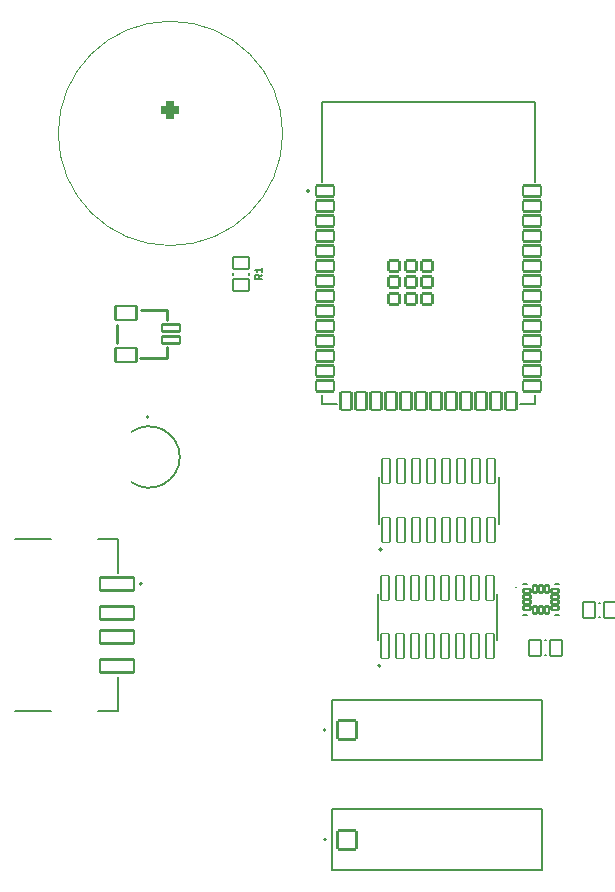
<source format=gto>
G04 #@! TF.GenerationSoftware,KiCad,Pcbnew,7.0.10*
G04 #@! TF.CreationDate,2024-03-13T20:36:13-05:00*
G04 #@! TF.ProjectId,445_Left_Bicep,3434355f-4c65-4667-945f-42696365702e,rev?*
G04 #@! TF.SameCoordinates,Original*
G04 #@! TF.FileFunction,Legend,Top*
G04 #@! TF.FilePolarity,Positive*
%FSLAX46Y46*%
G04 Gerber Fmt 4.6, Leading zero omitted, Abs format (unit mm)*
G04 Created by KiCad (PCBNEW 7.0.10) date 2024-03-13 20:36:13*
%MOMM*%
%LPD*%
G01*
G04 APERTURE LIST*
G04 Aperture macros list*
%AMRoundRect*
0 Rectangle with rounded corners*
0 $1 Rounding radius*
0 $2 $3 $4 $5 $6 $7 $8 $9 X,Y pos of 4 corners*
0 Add a 4 corners polygon primitive as box body*
4,1,4,$2,$3,$4,$5,$6,$7,$8,$9,$2,$3,0*
0 Add four circle primitives for the rounded corners*
1,1,$1+$1,$2,$3*
1,1,$1+$1,$4,$5*
1,1,$1+$1,$6,$7*
1,1,$1+$1,$8,$9*
0 Add four rect primitives between the rounded corners*
20,1,$1+$1,$2,$3,$4,$5,0*
20,1,$1+$1,$4,$5,$6,$7,0*
20,1,$1+$1,$6,$7,$8,$9,0*
20,1,$1+$1,$8,$9,$2,$3,0*%
G04 Aperture macros list end*
%ADD10C,0.127000*%
%ADD11C,0.200000*%
%ADD12C,0.254000*%
%ADD13C,0.100000*%
%ADD14RoundRect,0.102000X-0.750000X-0.450000X0.750000X-0.450000X0.750000X0.450000X-0.750000X0.450000X0*%
%ADD15RoundRect,0.102000X-0.450000X-0.750000X0.450000X-0.750000X0.450000X0.750000X-0.450000X0.750000X0*%
%ADD16RoundRect,0.102000X-0.450000X-0.450000X0.450000X-0.450000X0.450000X0.450000X-0.450000X0.450000X0*%
%ADD17RoundRect,0.102000X-0.795000X-0.795000X0.795000X-0.795000X0.795000X0.795000X-0.795000X0.795000X0*%
%ADD18C,1.794000*%
%ADD19RoundRect,0.102000X-0.775000X-0.300000X0.775000X-0.300000X0.775000X0.300000X-0.775000X0.300000X0*%
%ADD20RoundRect,0.102000X-0.900000X-0.600000X0.900000X-0.600000X0.900000X0.600000X-0.900000X0.600000X0*%
%ADD21RoundRect,0.056280X0.345720X-1.030720X0.345720X1.030720X-0.345720X1.030720X-0.345720X-1.030720X0*%
%ADD22C,2.000000*%
%ADD23O,2.236000X1.220000*%
%ADD24RoundRect,0.363100X-0.363100X-0.363100X0.363100X-0.363100X0.363100X0.363100X-0.363100X0.363100X0*%
%ADD25C,1.452400*%
%ADD26RoundRect,0.102000X-1.440000X0.560000X-1.440000X-0.560000X1.440000X-0.560000X1.440000X0.560000X0*%
%ADD27C,3.580000*%
%ADD28RoundRect,0.102000X-0.525000X-0.690000X0.525000X-0.690000X0.525000X0.690000X-0.525000X0.690000X0*%
%ADD29RoundRect,0.102000X-0.300000X-0.175000X0.300000X-0.175000X0.300000X0.175000X-0.300000X0.175000X0*%
%ADD30RoundRect,0.102000X0.175000X-0.300000X0.175000X0.300000X-0.175000X0.300000X-0.175000X-0.300000X0*%
%ADD31RoundRect,0.102000X0.525000X0.690000X-0.525000X0.690000X-0.525000X-0.690000X0.525000X-0.690000X0*%
%ADD32RoundRect,0.102000X-0.690000X0.505000X-0.690000X-0.505000X0.690000X-0.505000X0.690000X0.505000X0*%
G04 APERTURE END LIST*
D10*
X122838159Y-81850333D02*
X122535778Y-82062000D01*
X122838159Y-82213190D02*
X122203159Y-82213190D01*
X122203159Y-82213190D02*
X122203159Y-81971285D01*
X122203159Y-81971285D02*
X122233397Y-81910809D01*
X122233397Y-81910809D02*
X122263635Y-81880571D01*
X122263635Y-81880571D02*
X122324111Y-81850333D01*
X122324111Y-81850333D02*
X122414825Y-81850333D01*
X122414825Y-81850333D02*
X122475301Y-81880571D01*
X122475301Y-81880571D02*
X122505540Y-81910809D01*
X122505540Y-81910809D02*
X122535778Y-81971285D01*
X122535778Y-81971285D02*
X122535778Y-82213190D01*
X122838159Y-81245571D02*
X122838159Y-81608428D01*
X122838159Y-81427000D02*
X122203159Y-81427000D01*
X122203159Y-81427000D02*
X122293873Y-81487476D01*
X122293873Y-81487476D02*
X122354349Y-81547952D01*
X122354349Y-81547952D02*
X122384587Y-81608428D01*
X127906000Y-67260000D02*
X145906000Y-67260000D01*
X127906000Y-73980000D02*
X127906000Y-67260000D01*
X127906000Y-92030000D02*
X127906000Y-92760000D01*
X127906000Y-92760000D02*
X129151000Y-92760000D01*
X145906000Y-67260000D02*
X145906000Y-73980000D01*
X145906000Y-92030000D02*
X145906000Y-92760000D01*
X145906000Y-92760000D02*
X144661000Y-92760000D01*
D11*
X126806000Y-74750000D02*
G75*
G03*
X126606000Y-74750000I-100000J0D01*
G01*
X126606000Y-74750000D02*
G75*
G03*
X126806000Y-74750000I100000J0D01*
G01*
D10*
X128778000Y-132247000D02*
X128778000Y-127087000D01*
X146558000Y-127087000D02*
X128778000Y-127087000D01*
X146558000Y-127087000D02*
X146558000Y-132247000D01*
X146558000Y-132247000D02*
X128778000Y-132247000D01*
D11*
X128228000Y-129667000D02*
G75*
G03*
X128028000Y-129667000I-100000J0D01*
G01*
X128028000Y-129667000D02*
G75*
G03*
X128228000Y-129667000I100000J0D01*
G01*
D12*
X114807000Y-84868000D02*
X112594000Y-84868000D01*
X114807000Y-84868000D02*
X114807000Y-85723000D01*
X110557000Y-86101000D02*
X110557000Y-87590000D01*
X114807000Y-88868000D02*
X114807000Y-87968000D01*
X114807000Y-88868000D02*
X112460000Y-88868000D01*
D10*
X132730000Y-102915000D02*
X132730000Y-99015000D01*
X142860000Y-102915000D02*
X142860000Y-99015000D01*
D11*
X132950000Y-105110000D02*
G75*
G03*
X132750000Y-105110000I-100000J0D01*
G01*
X132750000Y-105110000D02*
G75*
G03*
X132950000Y-105110000I100000J0D01*
G01*
D10*
X111742000Y-99397999D02*
G75*
G03*
X111742000Y-95166001I1509328J2115999D01*
G01*
D11*
X113205000Y-93882000D02*
G75*
G03*
X113005000Y-93882000I-100000J0D01*
G01*
X113005000Y-93882000D02*
G75*
G03*
X113205000Y-93882000I100000J0D01*
G01*
D10*
X128778000Y-122976000D02*
X128778000Y-117816000D01*
X146558000Y-117816000D02*
X128778000Y-117816000D01*
X146558000Y-117816000D02*
X146558000Y-122976000D01*
X146558000Y-122976000D02*
X128778000Y-122976000D01*
D11*
X128228000Y-120396000D02*
G75*
G03*
X128028000Y-120396000I-100000J0D01*
G01*
X128028000Y-120396000D02*
G75*
G03*
X128228000Y-120396000I100000J0D01*
G01*
D13*
X124562000Y-69882000D02*
G75*
G03*
X105562000Y-69882000I-9500000J0D01*
G01*
X105562000Y-69882000D02*
G75*
G03*
X124562000Y-69882000I9500000J0D01*
G01*
D10*
X110654000Y-104256000D02*
X108942000Y-104256000D01*
X110654000Y-104256000D02*
X110654000Y-107126000D01*
X101934000Y-104256000D02*
X104926000Y-104256000D01*
X110654000Y-115886000D02*
X110654000Y-118756000D01*
X110654000Y-118756000D02*
X108942000Y-118756000D01*
X101934000Y-118756000D02*
X104926000Y-118756000D01*
D11*
X112634000Y-108006000D02*
G75*
G03*
X112434000Y-108006000I-100000J0D01*
G01*
X112434000Y-108006000D02*
G75*
G03*
X112634000Y-108006000I100000J0D01*
G01*
D10*
X151332500Y-109611000D02*
X151435500Y-109611000D01*
X151332500Y-110861000D02*
X151435500Y-110861000D01*
X144881000Y-110647000D02*
X145281000Y-110647000D01*
X145281000Y-108047000D02*
X144881000Y-108047000D01*
X147981000Y-108047000D02*
X147581000Y-108047000D01*
X147981000Y-110647000D02*
X147581000Y-110647000D01*
D13*
X144381000Y-108347000D02*
G75*
G03*
X144281000Y-108347000I-50000J0D01*
G01*
X144281000Y-108347000D02*
G75*
G03*
X144381000Y-108347000I50000J0D01*
G01*
D10*
X146863500Y-114036000D02*
X146760500Y-114036000D01*
X146863500Y-112786000D02*
X146760500Y-112786000D01*
X121711000Y-81668000D02*
X121711000Y-81908000D01*
X120351000Y-81668000D02*
X120351000Y-81908000D01*
X132603000Y-112770000D02*
X132603000Y-108870000D01*
X142733000Y-112770000D02*
X142733000Y-108870000D01*
D11*
X132823000Y-114965000D02*
G75*
G03*
X132623000Y-114965000I-100000J0D01*
G01*
X132623000Y-114965000D02*
G75*
G03*
X132823000Y-114965000I100000J0D01*
G01*
%LPC*%
D14*
X128156000Y-74750000D03*
X128156000Y-76020000D03*
X128156000Y-77290000D03*
X128156000Y-78560000D03*
X128156000Y-79830000D03*
X128156000Y-81100000D03*
X128156000Y-82370000D03*
X128156000Y-83640000D03*
X128156000Y-84910000D03*
X128156000Y-86180000D03*
X128156000Y-87450000D03*
X128156000Y-88720000D03*
X128156000Y-89990000D03*
X128156000Y-91260000D03*
D15*
X129921000Y-92510000D03*
X131191000Y-92510000D03*
X132461000Y-92510000D03*
X133731000Y-92510000D03*
X135001000Y-92510000D03*
X136271000Y-92510000D03*
X137541000Y-92510000D03*
X138811000Y-92510000D03*
X140081000Y-92510000D03*
X141351000Y-92510000D03*
X142621000Y-92510000D03*
X143891000Y-92510000D03*
D14*
X145656000Y-91260000D03*
X145656000Y-89990000D03*
X145656000Y-88720000D03*
X145656000Y-87450000D03*
X145656000Y-86180000D03*
X145656000Y-84910000D03*
X145656000Y-83640000D03*
X145656000Y-82370000D03*
X145656000Y-81100000D03*
X145656000Y-79830000D03*
X145656000Y-78560000D03*
X145656000Y-77290000D03*
X145656000Y-76020000D03*
X145656000Y-74750000D03*
D16*
X135406000Y-82470000D03*
X134006000Y-82470000D03*
X136806000Y-82470000D03*
X134006000Y-83870000D03*
X135406000Y-83870000D03*
X136806000Y-83870000D03*
X134006000Y-81070000D03*
X135406000Y-81070000D03*
X136806000Y-81070000D03*
D17*
X130048000Y-129667000D03*
D18*
X132588000Y-129667000D03*
X135128000Y-129667000D03*
X137668000Y-129667000D03*
X140208000Y-129667000D03*
X142748000Y-129667000D03*
X145288000Y-129667000D03*
D19*
X115132000Y-86368000D03*
X115132000Y-87368000D03*
D20*
X111257000Y-85068000D03*
X111257000Y-88668000D03*
D21*
X133350000Y-103440000D03*
X134620000Y-103440000D03*
X135890000Y-103440000D03*
X137160000Y-103440000D03*
X138430000Y-103440000D03*
X139700000Y-103440000D03*
X140970000Y-103440000D03*
X142240000Y-103440000D03*
X142240000Y-98490000D03*
X140970000Y-98490000D03*
X139700000Y-98490000D03*
X138430000Y-98490000D03*
X137160000Y-98490000D03*
X135890000Y-98490000D03*
X134620000Y-98490000D03*
X133350000Y-98490000D03*
D22*
X153670000Y-59690000D03*
D23*
X113030000Y-96012000D03*
X113030000Y-97282000D03*
X113030000Y-98552000D03*
D22*
X153670000Y-132969000D03*
D17*
X130048000Y-120396000D03*
D18*
X132588000Y-120396000D03*
X135128000Y-120396000D03*
X137668000Y-120396000D03*
X140208000Y-120396000D03*
X142748000Y-120396000D03*
X145288000Y-120396000D03*
D24*
X115062000Y-67882000D03*
D25*
X115062000Y-71882000D03*
D26*
X110514000Y-108006000D03*
X110514000Y-110506000D03*
X110514000Y-112506000D03*
X110514000Y-115006000D03*
D27*
X106934000Y-104936000D03*
X106934000Y-118076000D03*
D28*
X150494000Y-110236000D03*
X152274000Y-110236000D03*
D29*
X145271000Y-108597000D03*
X145271000Y-109097000D03*
X145271000Y-109597000D03*
X145271000Y-110097000D03*
D30*
X145931000Y-110257000D03*
X146431000Y-110257000D03*
X146931000Y-110257000D03*
D29*
X147591000Y-110097000D03*
X147591000Y-109597000D03*
X147591000Y-109097000D03*
X147591000Y-108597000D03*
D30*
X146931000Y-108437000D03*
X146431000Y-108437000D03*
X145931000Y-108437000D03*
D31*
X147702000Y-113411000D03*
X145922000Y-113411000D03*
D22*
X110109000Y-132969000D03*
X104521000Y-59690000D03*
D32*
X121031000Y-80838000D03*
X121031000Y-82738000D03*
D21*
X133223000Y-113295000D03*
X134493000Y-113295000D03*
X135763000Y-113295000D03*
X137033000Y-113295000D03*
X138303000Y-113295000D03*
X139573000Y-113295000D03*
X140843000Y-113295000D03*
X142113000Y-113295000D03*
X142113000Y-108345000D03*
X140843000Y-108345000D03*
X139573000Y-108345000D03*
X138303000Y-108345000D03*
X137033000Y-108345000D03*
X135763000Y-108345000D03*
X134493000Y-108345000D03*
X133223000Y-108345000D03*
%LPD*%
M02*

</source>
